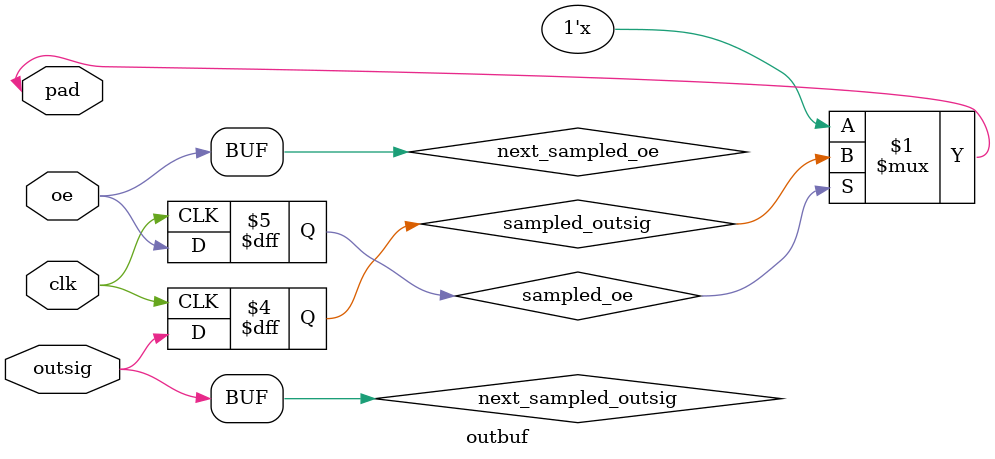
<source format=v>
module outbuf (pad, clk, outsig, oe);
inout pad;
input clk;
input outsig, oe;
reg sampled_outsig, next_sampled_outsig;
reg sampled_oe, next_sampled_oe;
assign pad = (sampled_oe) ? sampled_outsig : 1'bz;
always @ (posedge clk)
begin
  sampled_outsig = next_sampled_outsig;
  sampled_oe = next_sampled_oe;
end
always @*
begin
  #1;
  next_sampled_outsig = outsig;
  next_sampled_oe = oe;
end
endmodule
</source>
